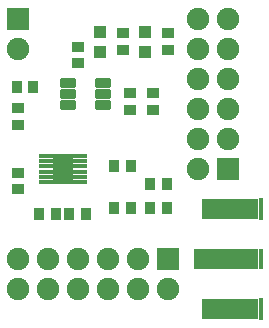
<source format=gbr>
G04 Layer_Color=8388736*
%FSLAX24Y24*%
%MOIN*%
%TF.FileFunction,Soldermask,Top*%
%TF.Part,Single*%
G01*
G75*
%TA.AperFunction,SMDPad,CuDef*%
%ADD13R,0.0394X0.0394*%
%TA.AperFunction,NonConductor*%
%ADD25R,0.0157X0.0718*%
%TA.AperFunction,ConnectorPad*%
%ADD26R,0.1891X0.0710*%
%TA.AperFunction,ComponentPad*%
%ADD27C,0.0749*%
%ADD28R,0.0749X0.0749*%
%ADD29R,0.0749X0.0749*%
%TA.AperFunction,NonConductor*%
%ADD38R,0.0157X0.0669*%
%TA.AperFunction,SMDPad,CuDef*%
%ADD39R,0.0434X0.0356*%
%TA.AperFunction,ConnectorPad*%
%ADD40R,0.2167X0.0671*%
%TA.AperFunction,SMDPad,CuDef*%
%ADD41R,0.0356X0.0434*%
%ADD42R,0.0474X0.0178*%
%ADD43R,0.0667X0.1017*%
G04:AMPARAMS|DCode=44|XSize=33.6mil|YSize=55.2mil|CornerRadius=5.9mil|HoleSize=0mil|Usage=FLASHONLY|Rotation=90.000|XOffset=0mil|YOffset=0mil|HoleType=Round|Shape=RoundedRectangle|*
%AMROUNDEDRECTD44*
21,1,0.0336,0.0434,0,0,90.0*
21,1,0.0218,0.0552,0,0,90.0*
1,1,0.0118,0.0217,0.0109*
1,1,0.0118,0.0217,-0.0109*
1,1,0.0118,-0.0217,-0.0109*
1,1,0.0118,-0.0217,0.0109*
%
%ADD44ROUNDEDRECTD44*%
D13*
X-2250Y7585D02*
D03*
Y6915D02*
D03*
X-750Y7585D02*
D03*
Y6915D02*
D03*
D25*
X3102Y1678D02*
D03*
Y-1678D02*
D03*
D26*
X2079Y1677D02*
D03*
Y-1677D02*
D03*
D27*
X-3000Y-1000D02*
D03*
Y0D02*
D03*
X-1000D02*
D03*
X-2000D02*
D03*
X0Y-1000D02*
D03*
X-1000D02*
D03*
X-2000D02*
D03*
X-4000Y0D02*
D03*
Y-1000D02*
D03*
X-5000D02*
D03*
Y0D02*
D03*
X1000Y6000D02*
D03*
X2000D02*
D03*
Y4000D02*
D03*
Y5000D02*
D03*
X1000Y3000D02*
D03*
Y4000D02*
D03*
Y5000D02*
D03*
X2000Y7000D02*
D03*
X1000D02*
D03*
Y8000D02*
D03*
X2000D02*
D03*
X-5000Y7000D02*
D03*
D28*
X0Y0D02*
D03*
D29*
X2000Y3000D02*
D03*
X-5000Y8000D02*
D03*
D38*
X3102Y-0D02*
D03*
D39*
X-5000Y2324D02*
D03*
Y2876D02*
D03*
X-500Y5526D02*
D03*
Y4974D02*
D03*
X-1250Y5526D02*
D03*
Y4974D02*
D03*
X0Y7526D02*
D03*
Y6974D02*
D03*
X-1500Y7526D02*
D03*
Y6974D02*
D03*
X-3000Y7076D02*
D03*
Y6524D02*
D03*
X-5000Y4474D02*
D03*
Y5026D02*
D03*
D40*
X1941Y0D02*
D03*
D41*
X-2724Y1500D02*
D03*
X-3276D02*
D03*
X-4276Y1500D02*
D03*
X-3724D02*
D03*
X-1776Y1700D02*
D03*
X-1224D02*
D03*
X-24Y1700D02*
D03*
X-576D02*
D03*
X-1776Y3100D02*
D03*
X-1224D02*
D03*
X-24Y2500D02*
D03*
X-576D02*
D03*
X-4474Y5750D02*
D03*
X-5026D02*
D03*
D42*
X-2931Y2557D02*
D03*
Y2734D02*
D03*
Y2911D02*
D03*
Y3089D02*
D03*
Y3266D02*
D03*
Y3443D02*
D03*
X-4069Y2557D02*
D03*
Y2734D02*
D03*
Y2911D02*
D03*
Y3089D02*
D03*
Y3266D02*
D03*
Y3443D02*
D03*
D43*
X-3500Y3000D02*
D03*
D44*
X-2169Y5874D02*
D03*
Y5500D02*
D03*
Y5126D02*
D03*
X-3331D02*
D03*
Y5500D02*
D03*
Y5874D02*
D03*
%TF.MD5,88b1b57aba1ac11b62312f9460814c73*%
M02*

</source>
